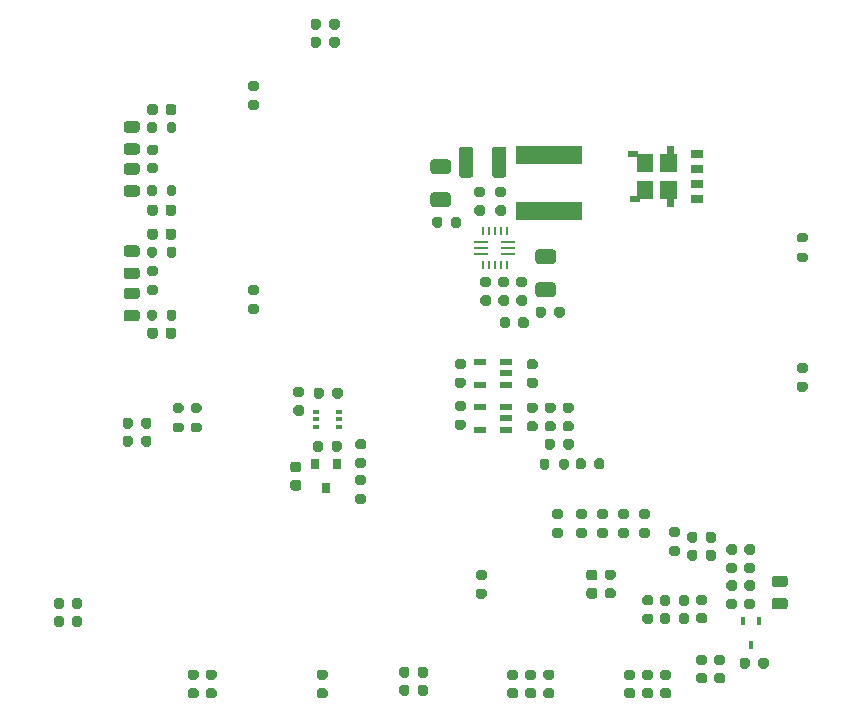
<source format=gbr>
G04 #@! TF.GenerationSoftware,KiCad,Pcbnew,(5.1.9)-1*
G04 #@! TF.CreationDate,2021-01-15T23:01:50+01:00*
G04 #@! TF.ProjectId,musical-box,6d757369-6361-46c2-9d62-6f782e6b6963,rev?*
G04 #@! TF.SameCoordinates,Original*
G04 #@! TF.FileFunction,Paste,Bot*
G04 #@! TF.FilePolarity,Positive*
%FSLAX46Y46*%
G04 Gerber Fmt 4.6, Leading zero omitted, Abs format (unit mm)*
G04 Created by KiCad (PCBNEW (5.1.9)-1) date 2021-01-15 23:01:50*
%MOMM*%
%LPD*%
G01*
G04 APERTURE LIST*
%ADD10C,0.010000*%
%ADD11R,0.430000X0.680000*%
%ADD12R,0.980000X0.730000*%
%ADD13R,0.780000X0.880000*%
%ADD14R,1.040000X0.630000*%
%ADD15R,0.230000X0.730000*%
%ADD16R,1.280000X0.230000*%
%ADD17R,0.630000X0.380000*%
%ADD18R,5.680000X1.580000*%
G04 APERTURE END LIST*
D10*
G36*
X400165000Y-137306000D02*
G01*
X399415000Y-137306000D01*
X399415000Y-137776000D01*
X400165000Y-137776000D01*
X400165000Y-137306000D01*
G37*
X400165000Y-137306000D02*
X399415000Y-137306000D01*
X399415000Y-137776000D01*
X400165000Y-137776000D01*
X400165000Y-137306000D01*
G36*
X403160500Y-141081000D02*
G01*
X402670500Y-141081000D01*
X402670500Y-141986000D01*
X403160500Y-141986000D01*
X403160500Y-141081000D01*
G37*
X403160500Y-141081000D02*
X402670500Y-141081000D01*
X402670500Y-141986000D01*
X403160500Y-141986000D01*
X403160500Y-141081000D01*
G36*
X403160500Y-136906000D02*
G01*
X402670500Y-136906000D01*
X402670500Y-137811000D01*
X403160500Y-137811000D01*
X403160500Y-136906000D01*
G37*
X403160500Y-136906000D02*
X402670500Y-136906000D01*
X402670500Y-137811000D01*
X403160500Y-137811000D01*
X403160500Y-136906000D01*
G36*
X400292000Y-141116000D02*
G01*
X399542000Y-141116000D01*
X399542000Y-141586000D01*
X400292000Y-141586000D01*
X400292000Y-141116000D01*
G37*
X400292000Y-141116000D02*
X399542000Y-141116000D01*
X399542000Y-141586000D01*
X400292000Y-141586000D01*
X400292000Y-141116000D01*
G36*
X403420500Y-137586000D02*
G01*
X402140500Y-137586000D01*
X402140500Y-139026000D01*
X403420500Y-139026000D01*
X403420500Y-137586000D01*
G37*
X403420500Y-137586000D02*
X402140500Y-137586000D01*
X402140500Y-139026000D01*
X403420500Y-139026000D01*
X403420500Y-137586000D01*
G36*
X401390500Y-137586000D02*
G01*
X400110500Y-137586000D01*
X400110500Y-139026000D01*
X401390500Y-139026000D01*
X401390500Y-137586000D01*
G37*
X401390500Y-137586000D02*
X400110500Y-137586000D01*
X400110500Y-139026000D01*
X401390500Y-139026000D01*
X401390500Y-137586000D01*
G36*
X403420500Y-139866000D02*
G01*
X402140500Y-139866000D01*
X402140500Y-141306000D01*
X403420500Y-141306000D01*
X403420500Y-139866000D01*
G37*
X403420500Y-139866000D02*
X402140500Y-139866000D01*
X402140500Y-141306000D01*
X403420500Y-141306000D01*
X403420500Y-139866000D01*
G36*
X401390500Y-139866000D02*
G01*
X400110500Y-139866000D01*
X400110500Y-141306000D01*
X401390500Y-141306000D01*
X401390500Y-139866000D01*
G37*
X401390500Y-139866000D02*
X400110500Y-139866000D01*
X400110500Y-141306000D01*
X401390500Y-141306000D01*
X401390500Y-139866000D01*
G36*
G01*
X392705000Y-163560000D02*
X392705000Y-164100000D01*
G75*
G02*
X392510000Y-164295000I-195000J0D01*
G01*
X392120000Y-164295000D01*
G75*
G02*
X391925000Y-164100000I0J195000D01*
G01*
X391925000Y-163560000D01*
G75*
G02*
X392120000Y-163365000I195000J0D01*
G01*
X392510000Y-163365000D01*
G75*
G02*
X392705000Y-163560000I0J-195000D01*
G01*
G37*
G36*
G01*
X394355000Y-163560000D02*
X394355000Y-164100000D01*
G75*
G02*
X394160000Y-164295000I-195000J0D01*
G01*
X393770000Y-164295000D01*
G75*
G02*
X393575000Y-164100000I0J195000D01*
G01*
X393575000Y-163560000D01*
G75*
G02*
X393770000Y-163365000I195000J0D01*
G01*
X394160000Y-163365000D01*
G75*
G02*
X394355000Y-163560000I0J-195000D01*
G01*
G37*
G36*
G01*
X414405000Y-145068000D02*
X413865000Y-145068000D01*
G75*
G02*
X413670000Y-144873000I0J195000D01*
G01*
X413670000Y-144483000D01*
G75*
G02*
X413865000Y-144288000I195000J0D01*
G01*
X414405000Y-144288000D01*
G75*
G02*
X414600000Y-144483000I0J-195000D01*
G01*
X414600000Y-144873000D01*
G75*
G02*
X414405000Y-145068000I-195000J0D01*
G01*
G37*
G36*
G01*
X414405000Y-146718000D02*
X413865000Y-146718000D01*
G75*
G02*
X413670000Y-146523000I0J195000D01*
G01*
X413670000Y-146133000D01*
G75*
G02*
X413865000Y-145938000I195000J0D01*
G01*
X414405000Y-145938000D01*
G75*
G02*
X414600000Y-146133000I0J-195000D01*
G01*
X414600000Y-146523000D01*
G75*
G02*
X414405000Y-146718000I-195000J0D01*
G01*
G37*
G36*
G01*
X405877250Y-180830000D02*
X405374750Y-180830000D01*
G75*
G02*
X405161000Y-180616250I0J213750D01*
G01*
X405161000Y-180188750D01*
G75*
G02*
X405374750Y-179975000I213750J0D01*
G01*
X405877250Y-179975000D01*
G75*
G02*
X406091000Y-180188750I0J-213750D01*
G01*
X406091000Y-180616250D01*
G75*
G02*
X405877250Y-180830000I-213750J0D01*
G01*
G37*
G36*
G01*
X405877250Y-182405000D02*
X405374750Y-182405000D01*
G75*
G02*
X405161000Y-182191250I0J213750D01*
G01*
X405161000Y-181763750D01*
G75*
G02*
X405374750Y-181550000I213750J0D01*
G01*
X405877250Y-181550000D01*
G75*
G02*
X406091000Y-181763750I0J-213750D01*
G01*
X406091000Y-182191250D01*
G75*
G02*
X405877250Y-182405000I-213750J0D01*
G01*
G37*
D11*
X409817000Y-179141000D03*
X410467000Y-177141000D03*
X409167000Y-177141000D03*
G36*
G01*
X380882000Y-182716750D02*
X380882000Y-183219250D01*
G75*
G02*
X380668250Y-183433000I-213750J0D01*
G01*
X380240750Y-183433000D01*
G75*
G02*
X380027000Y-183219250I0J213750D01*
G01*
X380027000Y-182716750D01*
G75*
G02*
X380240750Y-182503000I213750J0D01*
G01*
X380668250Y-182503000D01*
G75*
G02*
X380882000Y-182716750I0J-213750D01*
G01*
G37*
G36*
G01*
X382457000Y-182716750D02*
X382457000Y-183219250D01*
G75*
G02*
X382243250Y-183433000I-213750J0D01*
G01*
X381815750Y-183433000D01*
G75*
G02*
X381602000Y-183219250I0J213750D01*
G01*
X381602000Y-182716750D01*
G75*
G02*
X381815750Y-182503000I213750J0D01*
G01*
X382243250Y-182503000D01*
G75*
G02*
X382457000Y-182716750I0J-213750D01*
G01*
G37*
G36*
G01*
X380882000Y-181192750D02*
X380882000Y-181695250D01*
G75*
G02*
X380668250Y-181909000I-213750J0D01*
G01*
X380240750Y-181909000D01*
G75*
G02*
X380027000Y-181695250I0J213750D01*
G01*
X380027000Y-181192750D01*
G75*
G02*
X380240750Y-180979000I213750J0D01*
G01*
X380668250Y-180979000D01*
G75*
G02*
X380882000Y-181192750I0J-213750D01*
G01*
G37*
G36*
G01*
X382457000Y-181192750D02*
X382457000Y-181695250D01*
G75*
G02*
X382243250Y-181909000I-213750J0D01*
G01*
X381815750Y-181909000D01*
G75*
G02*
X381602000Y-181695250I0J213750D01*
G01*
X381602000Y-181192750D01*
G75*
G02*
X381815750Y-180979000I213750J0D01*
G01*
X382243250Y-180979000D01*
G75*
G02*
X382457000Y-181192750I0J-213750D01*
G01*
G37*
G36*
G01*
X387201250Y-173657000D02*
X386698750Y-173657000D01*
G75*
G02*
X386485000Y-173443250I0J213750D01*
G01*
X386485000Y-173015750D01*
G75*
G02*
X386698750Y-172802000I213750J0D01*
G01*
X387201250Y-172802000D01*
G75*
G02*
X387415000Y-173015750I0J-213750D01*
G01*
X387415000Y-173443250D01*
G75*
G02*
X387201250Y-173657000I-213750J0D01*
G01*
G37*
G36*
G01*
X387201250Y-175232000D02*
X386698750Y-175232000D01*
G75*
G02*
X386485000Y-175018250I0J213750D01*
G01*
X386485000Y-174590750D01*
G75*
G02*
X386698750Y-174377000I213750J0D01*
G01*
X387201250Y-174377000D01*
G75*
G02*
X387415000Y-174590750I0J-213750D01*
G01*
X387415000Y-175018250D01*
G75*
G02*
X387201250Y-175232000I-213750J0D01*
G01*
G37*
G36*
G01*
X362321750Y-182820000D02*
X362824250Y-182820000D01*
G75*
G02*
X363038000Y-183033750I0J-213750D01*
G01*
X363038000Y-183461250D01*
G75*
G02*
X362824250Y-183675000I-213750J0D01*
G01*
X362321750Y-183675000D01*
G75*
G02*
X362108000Y-183461250I0J213750D01*
G01*
X362108000Y-183033750D01*
G75*
G02*
X362321750Y-182820000I213750J0D01*
G01*
G37*
G36*
G01*
X362321750Y-181245000D02*
X362824250Y-181245000D01*
G75*
G02*
X363038000Y-181458750I0J-213750D01*
G01*
X363038000Y-181886250D01*
G75*
G02*
X362824250Y-182100000I-213750J0D01*
G01*
X362321750Y-182100000D01*
G75*
G02*
X362108000Y-181886250I0J213750D01*
G01*
X362108000Y-181458750D01*
G75*
G02*
X362321750Y-181245000I213750J0D01*
G01*
G37*
G36*
G01*
X402829250Y-182100000D02*
X402326750Y-182100000D01*
G75*
G02*
X402113000Y-181886250I0J213750D01*
G01*
X402113000Y-181458750D01*
G75*
G02*
X402326750Y-181245000I213750J0D01*
G01*
X402829250Y-181245000D01*
G75*
G02*
X403043000Y-181458750I0J-213750D01*
G01*
X403043000Y-181886250D01*
G75*
G02*
X402829250Y-182100000I-213750J0D01*
G01*
G37*
G36*
G01*
X402829250Y-183675000D02*
X402326750Y-183675000D01*
G75*
G02*
X402113000Y-183461250I0J213750D01*
G01*
X402113000Y-183033750D01*
G75*
G02*
X402326750Y-182820000I213750J0D01*
G01*
X402829250Y-182820000D01*
G75*
G02*
X403043000Y-183033750I0J-213750D01*
G01*
X403043000Y-183461250D01*
G75*
G02*
X402829250Y-183675000I-213750J0D01*
G01*
G37*
G36*
G01*
X414386250Y-156128500D02*
X413883750Y-156128500D01*
G75*
G02*
X413670000Y-155914750I0J213750D01*
G01*
X413670000Y-155487250D01*
G75*
G02*
X413883750Y-155273500I213750J0D01*
G01*
X414386250Y-155273500D01*
G75*
G02*
X414600000Y-155487250I0J-213750D01*
G01*
X414600000Y-155914750D01*
G75*
G02*
X414386250Y-156128500I-213750J0D01*
G01*
G37*
G36*
G01*
X414386250Y-157703500D02*
X413883750Y-157703500D01*
G75*
G02*
X413670000Y-157489750I0J213750D01*
G01*
X413670000Y-157062250D01*
G75*
G02*
X413883750Y-156848500I213750J0D01*
G01*
X414386250Y-156848500D01*
G75*
G02*
X414600000Y-157062250I0J-213750D01*
G01*
X414600000Y-157489750D01*
G75*
G02*
X414386250Y-157703500I-213750J0D01*
G01*
G37*
D12*
X405258000Y-137541000D03*
X405258000Y-141351000D03*
X405258000Y-138811000D03*
X405258000Y-140081000D03*
G36*
G01*
X371018000Y-165196000D02*
X371508000Y-165196000D01*
G75*
G02*
X371728000Y-165416000I0J-220000D01*
G01*
X371728000Y-165856000D01*
G75*
G02*
X371508000Y-166076000I-220000J0D01*
G01*
X371018000Y-166076000D01*
G75*
G02*
X370798000Y-165856000I0J220000D01*
G01*
X370798000Y-165416000D01*
G75*
G02*
X371018000Y-165196000I220000J0D01*
G01*
G37*
G36*
G01*
X371018000Y-163646000D02*
X371508000Y-163646000D01*
G75*
G02*
X371728000Y-163866000I0J-220000D01*
G01*
X371728000Y-164306000D01*
G75*
G02*
X371508000Y-164526000I-220000J0D01*
G01*
X371018000Y-164526000D01*
G75*
G02*
X370798000Y-164306000I0J220000D01*
G01*
X370798000Y-163866000D01*
G75*
G02*
X371018000Y-163646000I220000J0D01*
G01*
G37*
G36*
G01*
X396585000Y-173670000D02*
X396095000Y-173670000D01*
G75*
G02*
X395875000Y-173450000I0J220000D01*
G01*
X395875000Y-173010000D01*
G75*
G02*
X396095000Y-172790000I220000J0D01*
G01*
X396585000Y-172790000D01*
G75*
G02*
X396805000Y-173010000I0J-220000D01*
G01*
X396805000Y-173450000D01*
G75*
G02*
X396585000Y-173670000I-220000J0D01*
G01*
G37*
G36*
G01*
X396585000Y-175220000D02*
X396095000Y-175220000D01*
G75*
G02*
X395875000Y-175000000I0J220000D01*
G01*
X395875000Y-174560000D01*
G75*
G02*
X396095000Y-174340000I220000J0D01*
G01*
X396585000Y-174340000D01*
G75*
G02*
X396805000Y-174560000I0J-220000D01*
G01*
X396805000Y-175000000D01*
G75*
G02*
X396585000Y-175220000I-220000J0D01*
G01*
G37*
G36*
G01*
X358173000Y-160613250D02*
X358173000Y-160110750D01*
G75*
G02*
X358386750Y-159897000I213750J0D01*
G01*
X358814250Y-159897000D01*
G75*
G02*
X359028000Y-160110750I0J-213750D01*
G01*
X359028000Y-160613250D01*
G75*
G02*
X358814250Y-160827000I-213750J0D01*
G01*
X358386750Y-160827000D01*
G75*
G02*
X358173000Y-160613250I0J213750D01*
G01*
G37*
G36*
G01*
X356598000Y-160613250D02*
X356598000Y-160110750D01*
G75*
G02*
X356811750Y-159897000I213750J0D01*
G01*
X357239250Y-159897000D01*
G75*
G02*
X357453000Y-160110750I0J-213750D01*
G01*
X357453000Y-160613250D01*
G75*
G02*
X357239250Y-160827000I-213750J0D01*
G01*
X356811750Y-160827000D01*
G75*
G02*
X356598000Y-160613250I0J213750D01*
G01*
G37*
G36*
G01*
X361023500Y-160343000D02*
X361563500Y-160343000D01*
G75*
G02*
X361758500Y-160538000I0J-195000D01*
G01*
X361758500Y-160928000D01*
G75*
G02*
X361563500Y-161123000I-195000J0D01*
G01*
X361023500Y-161123000D01*
G75*
G02*
X360828500Y-160928000I0J195000D01*
G01*
X360828500Y-160538000D01*
G75*
G02*
X361023500Y-160343000I195000J0D01*
G01*
G37*
G36*
G01*
X361023500Y-158693000D02*
X361563500Y-158693000D01*
G75*
G02*
X361758500Y-158888000I0J-195000D01*
G01*
X361758500Y-159278000D01*
G75*
G02*
X361563500Y-159473000I-195000J0D01*
G01*
X361023500Y-159473000D01*
G75*
G02*
X360828500Y-159278000I0J195000D01*
G01*
X360828500Y-158888000D01*
G75*
G02*
X361023500Y-158693000I195000J0D01*
G01*
G37*
G36*
G01*
X362547500Y-160343000D02*
X363087500Y-160343000D01*
G75*
G02*
X363282500Y-160538000I0J-195000D01*
G01*
X363282500Y-160928000D01*
G75*
G02*
X363087500Y-161123000I-195000J0D01*
G01*
X362547500Y-161123000D01*
G75*
G02*
X362352500Y-160928000I0J195000D01*
G01*
X362352500Y-160538000D01*
G75*
G02*
X362547500Y-160343000I195000J0D01*
G01*
G37*
G36*
G01*
X362547500Y-158693000D02*
X363087500Y-158693000D01*
G75*
G02*
X363282500Y-158888000I0J-195000D01*
G01*
X363282500Y-159278000D01*
G75*
G02*
X363087500Y-159473000I-195000J0D01*
G01*
X362547500Y-159473000D01*
G75*
G02*
X362352500Y-159278000I0J195000D01*
G01*
X362352500Y-158888000D01*
G75*
G02*
X362547500Y-158693000I195000J0D01*
G01*
G37*
G36*
G01*
X359471000Y-135073000D02*
X359471000Y-135613000D01*
G75*
G02*
X359276000Y-135808000I-195000J0D01*
G01*
X358886000Y-135808000D01*
G75*
G02*
X358691000Y-135613000I0J195000D01*
G01*
X358691000Y-135073000D01*
G75*
G02*
X358886000Y-134878000I195000J0D01*
G01*
X359276000Y-134878000D01*
G75*
G02*
X359471000Y-135073000I0J-195000D01*
G01*
G37*
G36*
G01*
X361121000Y-135073000D02*
X361121000Y-135613000D01*
G75*
G02*
X360926000Y-135808000I-195000J0D01*
G01*
X360536000Y-135808000D01*
G75*
G02*
X360341000Y-135613000I0J195000D01*
G01*
X360341000Y-135073000D01*
G75*
G02*
X360536000Y-134878000I195000J0D01*
G01*
X360926000Y-134878000D01*
G75*
G02*
X361121000Y-135073000I0J-195000D01*
G01*
G37*
G36*
G01*
X359471000Y-140407000D02*
X359471000Y-140947000D01*
G75*
G02*
X359276000Y-141142000I-195000J0D01*
G01*
X358886000Y-141142000D01*
G75*
G02*
X358691000Y-140947000I0J195000D01*
G01*
X358691000Y-140407000D01*
G75*
G02*
X358886000Y-140212000I195000J0D01*
G01*
X359276000Y-140212000D01*
G75*
G02*
X359471000Y-140407000I0J-195000D01*
G01*
G37*
G36*
G01*
X361121000Y-140407000D02*
X361121000Y-140947000D01*
G75*
G02*
X360926000Y-141142000I-195000J0D01*
G01*
X360536000Y-141142000D01*
G75*
G02*
X360341000Y-140947000I0J195000D01*
G01*
X360341000Y-140407000D01*
G75*
G02*
X360536000Y-140212000I195000J0D01*
G01*
X360926000Y-140212000D01*
G75*
G02*
X361121000Y-140407000I0J-195000D01*
G01*
G37*
G36*
G01*
X359471000Y-145614000D02*
X359471000Y-146154000D01*
G75*
G02*
X359276000Y-146349000I-195000J0D01*
G01*
X358886000Y-146349000D01*
G75*
G02*
X358691000Y-146154000I0J195000D01*
G01*
X358691000Y-145614000D01*
G75*
G02*
X358886000Y-145419000I195000J0D01*
G01*
X359276000Y-145419000D01*
G75*
G02*
X359471000Y-145614000I0J-195000D01*
G01*
G37*
G36*
G01*
X361121000Y-145614000D02*
X361121000Y-146154000D01*
G75*
G02*
X360926000Y-146349000I-195000J0D01*
G01*
X360536000Y-146349000D01*
G75*
G02*
X360341000Y-146154000I0J195000D01*
G01*
X360341000Y-145614000D01*
G75*
G02*
X360536000Y-145419000I195000J0D01*
G01*
X360926000Y-145419000D01*
G75*
G02*
X361121000Y-145614000I0J-195000D01*
G01*
G37*
G36*
G01*
X359471000Y-150948000D02*
X359471000Y-151488000D01*
G75*
G02*
X359276000Y-151683000I-195000J0D01*
G01*
X358886000Y-151683000D01*
G75*
G02*
X358691000Y-151488000I0J195000D01*
G01*
X358691000Y-150948000D01*
G75*
G02*
X358886000Y-150753000I195000J0D01*
G01*
X359276000Y-150753000D01*
G75*
G02*
X359471000Y-150948000I0J-195000D01*
G01*
G37*
G36*
G01*
X361121000Y-150948000D02*
X361121000Y-151488000D01*
G75*
G02*
X360926000Y-151683000I-195000J0D01*
G01*
X360536000Y-151683000D01*
G75*
G02*
X360341000Y-151488000I0J195000D01*
G01*
X360341000Y-150948000D01*
G75*
G02*
X360536000Y-150753000I195000J0D01*
G01*
X360926000Y-150753000D01*
G75*
G02*
X361121000Y-150948000I0J-195000D01*
G01*
G37*
G36*
G01*
X359571000Y-133574000D02*
X359571000Y-134064000D01*
G75*
G02*
X359351000Y-134284000I-220000J0D01*
G01*
X358911000Y-134284000D01*
G75*
G02*
X358691000Y-134064000I0J220000D01*
G01*
X358691000Y-133574000D01*
G75*
G02*
X358911000Y-133354000I220000J0D01*
G01*
X359351000Y-133354000D01*
G75*
G02*
X359571000Y-133574000I0J-220000D01*
G01*
G37*
G36*
G01*
X361121000Y-133574000D02*
X361121000Y-134064000D01*
G75*
G02*
X360901000Y-134284000I-220000J0D01*
G01*
X360461000Y-134284000D01*
G75*
G02*
X360241000Y-134064000I0J220000D01*
G01*
X360241000Y-133574000D01*
G75*
G02*
X360461000Y-133354000I220000J0D01*
G01*
X360901000Y-133354000D01*
G75*
G02*
X361121000Y-133574000I0J-220000D01*
G01*
G37*
G36*
G01*
X359571000Y-142083000D02*
X359571000Y-142573000D01*
G75*
G02*
X359351000Y-142793000I-220000J0D01*
G01*
X358911000Y-142793000D01*
G75*
G02*
X358691000Y-142573000I0J220000D01*
G01*
X358691000Y-142083000D01*
G75*
G02*
X358911000Y-141863000I220000J0D01*
G01*
X359351000Y-141863000D01*
G75*
G02*
X359571000Y-142083000I0J-220000D01*
G01*
G37*
G36*
G01*
X361121000Y-142083000D02*
X361121000Y-142573000D01*
G75*
G02*
X360901000Y-142793000I-220000J0D01*
G01*
X360461000Y-142793000D01*
G75*
G02*
X360241000Y-142573000I0J220000D01*
G01*
X360241000Y-142083000D01*
G75*
G02*
X360461000Y-141863000I220000J0D01*
G01*
X360901000Y-141863000D01*
G75*
G02*
X361121000Y-142083000I0J-220000D01*
G01*
G37*
G36*
G01*
X359571000Y-144115000D02*
X359571000Y-144605000D01*
G75*
G02*
X359351000Y-144825000I-220000J0D01*
G01*
X358911000Y-144825000D01*
G75*
G02*
X358691000Y-144605000I0J220000D01*
G01*
X358691000Y-144115000D01*
G75*
G02*
X358911000Y-143895000I220000J0D01*
G01*
X359351000Y-143895000D01*
G75*
G02*
X359571000Y-144115000I0J-220000D01*
G01*
G37*
G36*
G01*
X361121000Y-144115000D02*
X361121000Y-144605000D01*
G75*
G02*
X360901000Y-144825000I-220000J0D01*
G01*
X360461000Y-144825000D01*
G75*
G02*
X360241000Y-144605000I0J220000D01*
G01*
X360241000Y-144115000D01*
G75*
G02*
X360461000Y-143895000I220000J0D01*
G01*
X360901000Y-143895000D01*
G75*
G02*
X361121000Y-144115000I0J-220000D01*
G01*
G37*
G36*
G01*
X359571000Y-152497000D02*
X359571000Y-152987000D01*
G75*
G02*
X359351000Y-153207000I-220000J0D01*
G01*
X358911000Y-153207000D01*
G75*
G02*
X358691000Y-152987000I0J220000D01*
G01*
X358691000Y-152497000D01*
G75*
G02*
X358911000Y-152277000I220000J0D01*
G01*
X359351000Y-152277000D01*
G75*
G02*
X359571000Y-152497000I0J-220000D01*
G01*
G37*
G36*
G01*
X361121000Y-152497000D02*
X361121000Y-152987000D01*
G75*
G02*
X360901000Y-153207000I-220000J0D01*
G01*
X360461000Y-153207000D01*
G75*
G02*
X360241000Y-152987000I0J220000D01*
G01*
X360241000Y-152497000D01*
G75*
G02*
X360461000Y-152277000I220000J0D01*
G01*
X360901000Y-152277000D01*
G75*
G02*
X361121000Y-152497000I0J-220000D01*
G01*
G37*
G36*
G01*
X398123250Y-173631500D02*
X397620750Y-173631500D01*
G75*
G02*
X397407000Y-173417750I0J213750D01*
G01*
X397407000Y-172990250D01*
G75*
G02*
X397620750Y-172776500I213750J0D01*
G01*
X398123250Y-172776500D01*
G75*
G02*
X398337000Y-172990250I0J-213750D01*
G01*
X398337000Y-173417750D01*
G75*
G02*
X398123250Y-173631500I-213750J0D01*
G01*
G37*
G36*
G01*
X398123250Y-175206500D02*
X397620750Y-175206500D01*
G75*
G02*
X397407000Y-174992750I0J213750D01*
G01*
X397407000Y-174565250D01*
G75*
G02*
X397620750Y-174351500I213750J0D01*
G01*
X398123250Y-174351500D01*
G75*
G02*
X398337000Y-174565250I0J-213750D01*
G01*
X398337000Y-174992750D01*
G75*
G02*
X398123250Y-175206500I-213750J0D01*
G01*
G37*
D13*
X373803000Y-165861000D03*
X374753000Y-163861000D03*
X372853000Y-163861000D03*
D14*
X386873000Y-159017000D03*
X386873000Y-160917000D03*
X389073000Y-160917000D03*
X389073000Y-159967000D03*
X389073000Y-159017000D03*
X386873000Y-155207000D03*
X386873000Y-157107000D03*
X389073000Y-157107000D03*
X389073000Y-156157000D03*
X389073000Y-155207000D03*
D15*
X389104000Y-144074000D03*
X388608000Y-144074000D03*
X388104000Y-144074000D03*
X387604000Y-144074000D03*
X387084000Y-144074000D03*
D16*
X386950000Y-145020000D03*
X386950000Y-145520000D03*
X386950000Y-146020000D03*
D15*
X387096000Y-146974000D03*
X387596000Y-146974000D03*
X388096000Y-146974000D03*
X388596000Y-146974000D03*
X389116000Y-146974000D03*
D16*
X389250000Y-146028000D03*
X389250000Y-145528000D03*
X389250000Y-145028000D03*
G36*
G01*
X373389000Y-127852750D02*
X373389000Y-128355250D01*
G75*
G02*
X373175250Y-128569000I-213750J0D01*
G01*
X372747750Y-128569000D01*
G75*
G02*
X372534000Y-128355250I0J213750D01*
G01*
X372534000Y-127852750D01*
G75*
G02*
X372747750Y-127639000I213750J0D01*
G01*
X373175250Y-127639000D01*
G75*
G02*
X373389000Y-127852750I0J-213750D01*
G01*
G37*
G36*
G01*
X374964000Y-127852750D02*
X374964000Y-128355250D01*
G75*
G02*
X374750250Y-128569000I-213750J0D01*
G01*
X374322750Y-128569000D01*
G75*
G02*
X374109000Y-128355250I0J213750D01*
G01*
X374109000Y-127852750D01*
G75*
G02*
X374322750Y-127639000I213750J0D01*
G01*
X374750250Y-127639000D01*
G75*
G02*
X374964000Y-127852750I0J-213750D01*
G01*
G37*
G36*
G01*
X373389000Y-126328750D02*
X373389000Y-126831250D01*
G75*
G02*
X373175250Y-127045000I-213750J0D01*
G01*
X372747750Y-127045000D01*
G75*
G02*
X372534000Y-126831250I0J213750D01*
G01*
X372534000Y-126328750D01*
G75*
G02*
X372747750Y-126115000I213750J0D01*
G01*
X373175250Y-126115000D01*
G75*
G02*
X373389000Y-126328750I0J-213750D01*
G01*
G37*
G36*
G01*
X374964000Y-126328750D02*
X374964000Y-126831250D01*
G75*
G02*
X374750250Y-127045000I-213750J0D01*
G01*
X374322750Y-127045000D01*
G75*
G02*
X374109000Y-126831250I0J213750D01*
G01*
X374109000Y-126328750D01*
G75*
G02*
X374322750Y-126115000I213750J0D01*
G01*
X374750250Y-126115000D01*
G75*
G02*
X374964000Y-126328750I0J-213750D01*
G01*
G37*
G36*
G01*
X407401250Y-180830000D02*
X406898750Y-180830000D01*
G75*
G02*
X406685000Y-180616250I0J213750D01*
G01*
X406685000Y-180188750D01*
G75*
G02*
X406898750Y-179975000I213750J0D01*
G01*
X407401250Y-179975000D01*
G75*
G02*
X407615000Y-180188750I0J-213750D01*
G01*
X407615000Y-180616250D01*
G75*
G02*
X407401250Y-180830000I-213750J0D01*
G01*
G37*
G36*
G01*
X407401250Y-182405000D02*
X406898750Y-182405000D01*
G75*
G02*
X406685000Y-182191250I0J213750D01*
G01*
X406685000Y-181763750D01*
G75*
G02*
X406898750Y-181550000I213750J0D01*
G01*
X407401250Y-181550000D01*
G75*
G02*
X407615000Y-181763750I0J-213750D01*
G01*
X407615000Y-182191250D01*
G75*
G02*
X407401250Y-182405000I-213750J0D01*
G01*
G37*
G36*
G01*
X399781250Y-182100000D02*
X399278750Y-182100000D01*
G75*
G02*
X399065000Y-181886250I0J213750D01*
G01*
X399065000Y-181458750D01*
G75*
G02*
X399278750Y-181245000I213750J0D01*
G01*
X399781250Y-181245000D01*
G75*
G02*
X399995000Y-181458750I0J-213750D01*
G01*
X399995000Y-181886250D01*
G75*
G02*
X399781250Y-182100000I-213750J0D01*
G01*
G37*
G36*
G01*
X399781250Y-183675000D02*
X399278750Y-183675000D01*
G75*
G02*
X399065000Y-183461250I0J213750D01*
G01*
X399065000Y-183033750D01*
G75*
G02*
X399278750Y-182820000I213750J0D01*
G01*
X399781250Y-182820000D01*
G75*
G02*
X399995000Y-183033750I0J-213750D01*
G01*
X399995000Y-183461250D01*
G75*
G02*
X399781250Y-183675000I-213750J0D01*
G01*
G37*
G36*
G01*
X401305250Y-182100000D02*
X400802750Y-182100000D01*
G75*
G02*
X400589000Y-181886250I0J213750D01*
G01*
X400589000Y-181458750D01*
G75*
G02*
X400802750Y-181245000I213750J0D01*
G01*
X401305250Y-181245000D01*
G75*
G02*
X401519000Y-181458750I0J-213750D01*
G01*
X401519000Y-181886250D01*
G75*
G02*
X401305250Y-182100000I-213750J0D01*
G01*
G37*
G36*
G01*
X401305250Y-183675000D02*
X400802750Y-183675000D01*
G75*
G02*
X400589000Y-183461250I0J213750D01*
G01*
X400589000Y-183033750D01*
G75*
G02*
X400802750Y-182820000I213750J0D01*
G01*
X401305250Y-182820000D01*
G75*
G02*
X401519000Y-183033750I0J-213750D01*
G01*
X401519000Y-183461250D01*
G75*
G02*
X401305250Y-183675000I-213750J0D01*
G01*
G37*
G36*
G01*
X389875250Y-182100000D02*
X389372750Y-182100000D01*
G75*
G02*
X389159000Y-181886250I0J213750D01*
G01*
X389159000Y-181458750D01*
G75*
G02*
X389372750Y-181245000I213750J0D01*
G01*
X389875250Y-181245000D01*
G75*
G02*
X390089000Y-181458750I0J-213750D01*
G01*
X390089000Y-181886250D01*
G75*
G02*
X389875250Y-182100000I-213750J0D01*
G01*
G37*
G36*
G01*
X389875250Y-183675000D02*
X389372750Y-183675000D01*
G75*
G02*
X389159000Y-183461250I0J213750D01*
G01*
X389159000Y-183033750D01*
G75*
G02*
X389372750Y-182820000I213750J0D01*
G01*
X389875250Y-182820000D01*
G75*
G02*
X390089000Y-183033750I0J-213750D01*
G01*
X390089000Y-183461250D01*
G75*
G02*
X389875250Y-183675000I-213750J0D01*
G01*
G37*
G36*
G01*
X391399250Y-182100000D02*
X390896750Y-182100000D01*
G75*
G02*
X390683000Y-181886250I0J213750D01*
G01*
X390683000Y-181458750D01*
G75*
G02*
X390896750Y-181245000I213750J0D01*
G01*
X391399250Y-181245000D01*
G75*
G02*
X391613000Y-181458750I0J-213750D01*
G01*
X391613000Y-181886250D01*
G75*
G02*
X391399250Y-182100000I-213750J0D01*
G01*
G37*
G36*
G01*
X391399250Y-183675000D02*
X390896750Y-183675000D01*
G75*
G02*
X390683000Y-183461250I0J213750D01*
G01*
X390683000Y-183033750D01*
G75*
G02*
X390896750Y-182820000I213750J0D01*
G01*
X391399250Y-182820000D01*
G75*
G02*
X391613000Y-183033750I0J-213750D01*
G01*
X391613000Y-183461250D01*
G75*
G02*
X391399250Y-183675000I-213750J0D01*
G01*
G37*
G36*
G01*
X392942250Y-182100000D02*
X392439750Y-182100000D01*
G75*
G02*
X392226000Y-181886250I0J213750D01*
G01*
X392226000Y-181458750D01*
G75*
G02*
X392439750Y-181245000I213750J0D01*
G01*
X392942250Y-181245000D01*
G75*
G02*
X393156000Y-181458750I0J-213750D01*
G01*
X393156000Y-181886250D01*
G75*
G02*
X392942250Y-182100000I-213750J0D01*
G01*
G37*
G36*
G01*
X392942250Y-183675000D02*
X392439750Y-183675000D01*
G75*
G02*
X392226000Y-183461250I0J213750D01*
G01*
X392226000Y-183033750D01*
G75*
G02*
X392439750Y-182820000I213750J0D01*
G01*
X392942250Y-182820000D01*
G75*
G02*
X393156000Y-183033750I0J-213750D01*
G01*
X393156000Y-183461250D01*
G75*
G02*
X392942250Y-183675000I-213750J0D01*
G01*
G37*
G36*
G01*
X371265750Y-158871000D02*
X371768250Y-158871000D01*
G75*
G02*
X371982000Y-159084750I0J-213750D01*
G01*
X371982000Y-159512250D01*
G75*
G02*
X371768250Y-159726000I-213750J0D01*
G01*
X371265750Y-159726000D01*
G75*
G02*
X371052000Y-159512250I0J213750D01*
G01*
X371052000Y-159084750D01*
G75*
G02*
X371265750Y-158871000I213750J0D01*
G01*
G37*
G36*
G01*
X371265750Y-157296000D02*
X371768250Y-157296000D01*
G75*
G02*
X371982000Y-157509750I0J-213750D01*
G01*
X371982000Y-157937250D01*
G75*
G02*
X371768250Y-158151000I-213750J0D01*
G01*
X371265750Y-158151000D01*
G75*
G02*
X371052000Y-157937250I0J213750D01*
G01*
X371052000Y-157509750D01*
G75*
G02*
X371265750Y-157296000I213750J0D01*
G01*
G37*
G36*
G01*
X373570000Y-162069750D02*
X373570000Y-162572250D01*
G75*
G02*
X373356250Y-162786000I-213750J0D01*
G01*
X372928750Y-162786000D01*
G75*
G02*
X372715000Y-162572250I0J213750D01*
G01*
X372715000Y-162069750D01*
G75*
G02*
X372928750Y-161856000I213750J0D01*
G01*
X373356250Y-161856000D01*
G75*
G02*
X373570000Y-162069750I0J-213750D01*
G01*
G37*
G36*
G01*
X375145000Y-162069750D02*
X375145000Y-162572250D01*
G75*
G02*
X374931250Y-162786000I-213750J0D01*
G01*
X374503750Y-162786000D01*
G75*
G02*
X374290000Y-162572250I0J213750D01*
G01*
X374290000Y-162069750D01*
G75*
G02*
X374503750Y-161856000I213750J0D01*
G01*
X374931250Y-161856000D01*
G75*
G02*
X375145000Y-162069750I0J-213750D01*
G01*
G37*
G36*
G01*
X374363000Y-158073250D02*
X374363000Y-157570750D01*
G75*
G02*
X374576750Y-157357000I213750J0D01*
G01*
X375004250Y-157357000D01*
G75*
G02*
X375218000Y-157570750I0J-213750D01*
G01*
X375218000Y-158073250D01*
G75*
G02*
X375004250Y-158287000I-213750J0D01*
G01*
X374576750Y-158287000D01*
G75*
G02*
X374363000Y-158073250I0J213750D01*
G01*
G37*
G36*
G01*
X372788000Y-158073250D02*
X372788000Y-157570750D01*
G75*
G02*
X373001750Y-157357000I213750J0D01*
G01*
X373429250Y-157357000D01*
G75*
G02*
X373643000Y-157570750I0J-213750D01*
G01*
X373643000Y-158073250D01*
G75*
G02*
X373429250Y-158287000I-213750J0D01*
G01*
X373001750Y-158287000D01*
G75*
G02*
X372788000Y-158073250I0J213750D01*
G01*
G37*
G36*
G01*
X376503750Y-163316000D02*
X377006250Y-163316000D01*
G75*
G02*
X377220000Y-163529750I0J-213750D01*
G01*
X377220000Y-163957250D01*
G75*
G02*
X377006250Y-164171000I-213750J0D01*
G01*
X376503750Y-164171000D01*
G75*
G02*
X376290000Y-163957250I0J213750D01*
G01*
X376290000Y-163529750D01*
G75*
G02*
X376503750Y-163316000I213750J0D01*
G01*
G37*
G36*
G01*
X376503750Y-161741000D02*
X377006250Y-161741000D01*
G75*
G02*
X377220000Y-161954750I0J-213750D01*
G01*
X377220000Y-162382250D01*
G75*
G02*
X377006250Y-162596000I-213750J0D01*
G01*
X376503750Y-162596000D01*
G75*
G02*
X376290000Y-162382250I0J213750D01*
G01*
X376290000Y-161954750D01*
G75*
G02*
X376503750Y-161741000I213750J0D01*
G01*
G37*
G36*
G01*
X358173000Y-162137250D02*
X358173000Y-161634750D01*
G75*
G02*
X358386750Y-161421000I213750J0D01*
G01*
X358814250Y-161421000D01*
G75*
G02*
X359028000Y-161634750I0J-213750D01*
G01*
X359028000Y-162137250D01*
G75*
G02*
X358814250Y-162351000I-213750J0D01*
G01*
X358386750Y-162351000D01*
G75*
G02*
X358173000Y-162137250I0J213750D01*
G01*
G37*
G36*
G01*
X356598000Y-162137250D02*
X356598000Y-161634750D01*
G75*
G02*
X356811750Y-161421000I213750J0D01*
G01*
X357239250Y-161421000D01*
G75*
G02*
X357453000Y-161634750I0J-213750D01*
G01*
X357453000Y-162137250D01*
G75*
G02*
X357239250Y-162351000I-213750J0D01*
G01*
X356811750Y-162351000D01*
G75*
G02*
X356598000Y-162137250I0J213750D01*
G01*
G37*
G36*
G01*
X376994250Y-165644000D02*
X376491750Y-165644000D01*
G75*
G02*
X376278000Y-165430250I0J213750D01*
G01*
X376278000Y-165002750D01*
G75*
G02*
X376491750Y-164789000I213750J0D01*
G01*
X376994250Y-164789000D01*
G75*
G02*
X377208000Y-165002750I0J-213750D01*
G01*
X377208000Y-165430250D01*
G75*
G02*
X376994250Y-165644000I-213750J0D01*
G01*
G37*
G36*
G01*
X376994250Y-167219000D02*
X376491750Y-167219000D01*
G75*
G02*
X376278000Y-167005250I0J213750D01*
G01*
X376278000Y-166577750D01*
G75*
G02*
X376491750Y-166364000I213750J0D01*
G01*
X376994250Y-166364000D01*
G75*
G02*
X377208000Y-166577750I0J-213750D01*
G01*
X377208000Y-167005250D01*
G75*
G02*
X376994250Y-167219000I-213750J0D01*
G01*
G37*
G36*
G01*
X397495250Y-168511000D02*
X396992750Y-168511000D01*
G75*
G02*
X396779000Y-168297250I0J213750D01*
G01*
X396779000Y-167869750D01*
G75*
G02*
X396992750Y-167656000I213750J0D01*
G01*
X397495250Y-167656000D01*
G75*
G02*
X397709000Y-167869750I0J-213750D01*
G01*
X397709000Y-168297250D01*
G75*
G02*
X397495250Y-168511000I-213750J0D01*
G01*
G37*
G36*
G01*
X397495250Y-170086000D02*
X396992750Y-170086000D01*
G75*
G02*
X396779000Y-169872250I0J213750D01*
G01*
X396779000Y-169444750D01*
G75*
G02*
X396992750Y-169231000I213750J0D01*
G01*
X397495250Y-169231000D01*
G75*
G02*
X397709000Y-169444750I0J-213750D01*
G01*
X397709000Y-169872250D01*
G75*
G02*
X397495250Y-170086000I-213750J0D01*
G01*
G37*
G36*
G01*
X393201000Y-161888750D02*
X393201000Y-162391250D01*
G75*
G02*
X392987250Y-162605000I-213750J0D01*
G01*
X392559750Y-162605000D01*
G75*
G02*
X392346000Y-162391250I0J213750D01*
G01*
X392346000Y-161888750D01*
G75*
G02*
X392559750Y-161675000I213750J0D01*
G01*
X392987250Y-161675000D01*
G75*
G02*
X393201000Y-161888750I0J-213750D01*
G01*
G37*
G36*
G01*
X394776000Y-161888750D02*
X394776000Y-162391250D01*
G75*
G02*
X394562250Y-162605000I-213750J0D01*
G01*
X394134750Y-162605000D01*
G75*
G02*
X393921000Y-162391250I0J213750D01*
G01*
X393921000Y-161888750D01*
G75*
G02*
X394134750Y-161675000I213750J0D01*
G01*
X394562250Y-161675000D01*
G75*
G02*
X394776000Y-161888750I0J-213750D01*
G01*
G37*
G36*
G01*
X394071750Y-160214000D02*
X394574250Y-160214000D01*
G75*
G02*
X394788000Y-160427750I0J-213750D01*
G01*
X394788000Y-160855250D01*
G75*
G02*
X394574250Y-161069000I-213750J0D01*
G01*
X394071750Y-161069000D01*
G75*
G02*
X393858000Y-160855250I0J213750D01*
G01*
X393858000Y-160427750D01*
G75*
G02*
X394071750Y-160214000I213750J0D01*
G01*
G37*
G36*
G01*
X394071750Y-158639000D02*
X394574250Y-158639000D01*
G75*
G02*
X394788000Y-158852750I0J-213750D01*
G01*
X394788000Y-159280250D01*
G75*
G02*
X394574250Y-159494000I-213750J0D01*
G01*
X394071750Y-159494000D01*
G75*
G02*
X393858000Y-159280250I0J213750D01*
G01*
X393858000Y-158852750D01*
G75*
G02*
X394071750Y-158639000I213750J0D01*
G01*
G37*
G36*
G01*
X399273250Y-168511000D02*
X398770750Y-168511000D01*
G75*
G02*
X398557000Y-168297250I0J213750D01*
G01*
X398557000Y-167869750D01*
G75*
G02*
X398770750Y-167656000I213750J0D01*
G01*
X399273250Y-167656000D01*
G75*
G02*
X399487000Y-167869750I0J-213750D01*
G01*
X399487000Y-168297250D01*
G75*
G02*
X399273250Y-168511000I-213750J0D01*
G01*
G37*
G36*
G01*
X399273250Y-170086000D02*
X398770750Y-170086000D01*
G75*
G02*
X398557000Y-169872250I0J213750D01*
G01*
X398557000Y-169444750D01*
G75*
G02*
X398770750Y-169231000I213750J0D01*
G01*
X399273250Y-169231000D01*
G75*
G02*
X399487000Y-169444750I0J-213750D01*
G01*
X399487000Y-169872250D01*
G75*
G02*
X399273250Y-170086000I-213750J0D01*
G01*
G37*
G36*
G01*
X395717250Y-168511000D02*
X395214750Y-168511000D01*
G75*
G02*
X395001000Y-168297250I0J213750D01*
G01*
X395001000Y-167869750D01*
G75*
G02*
X395214750Y-167656000I213750J0D01*
G01*
X395717250Y-167656000D01*
G75*
G02*
X395931000Y-167869750I0J-213750D01*
G01*
X395931000Y-168297250D01*
G75*
G02*
X395717250Y-168511000I-213750J0D01*
G01*
G37*
G36*
G01*
X395717250Y-170086000D02*
X395214750Y-170086000D01*
G75*
G02*
X395001000Y-169872250I0J213750D01*
G01*
X395001000Y-169444750D01*
G75*
G02*
X395214750Y-169231000I213750J0D01*
G01*
X395717250Y-169231000D01*
G75*
G02*
X395931000Y-169444750I0J-213750D01*
G01*
X395931000Y-169872250D01*
G75*
G02*
X395717250Y-170086000I-213750J0D01*
G01*
G37*
G36*
G01*
X387589250Y-148840000D02*
X387086750Y-148840000D01*
G75*
G02*
X386873000Y-148626250I0J213750D01*
G01*
X386873000Y-148198750D01*
G75*
G02*
X387086750Y-147985000I213750J0D01*
G01*
X387589250Y-147985000D01*
G75*
G02*
X387803000Y-148198750I0J-213750D01*
G01*
X387803000Y-148626250D01*
G75*
G02*
X387589250Y-148840000I-213750J0D01*
G01*
G37*
G36*
G01*
X387589250Y-150415000D02*
X387086750Y-150415000D01*
G75*
G02*
X386873000Y-150201250I0J213750D01*
G01*
X386873000Y-149773750D01*
G75*
G02*
X387086750Y-149560000I213750J0D01*
G01*
X387589250Y-149560000D01*
G75*
G02*
X387803000Y-149773750I0J-213750D01*
G01*
X387803000Y-150201250D01*
G75*
G02*
X387589250Y-150415000I-213750J0D01*
G01*
G37*
G36*
G01*
X388610750Y-149560000D02*
X389113250Y-149560000D01*
G75*
G02*
X389327000Y-149773750I0J-213750D01*
G01*
X389327000Y-150201250D01*
G75*
G02*
X389113250Y-150415000I-213750J0D01*
G01*
X388610750Y-150415000D01*
G75*
G02*
X388397000Y-150201250I0J213750D01*
G01*
X388397000Y-149773750D01*
G75*
G02*
X388610750Y-149560000I213750J0D01*
G01*
G37*
G36*
G01*
X388610750Y-147985000D02*
X389113250Y-147985000D01*
G75*
G02*
X389327000Y-148198750I0J-213750D01*
G01*
X389327000Y-148626250D01*
G75*
G02*
X389113250Y-148840000I-213750J0D01*
G01*
X388610750Y-148840000D01*
G75*
G02*
X388397000Y-148626250I0J213750D01*
G01*
X388397000Y-148198750D01*
G75*
G02*
X388610750Y-147985000I213750J0D01*
G01*
G37*
G36*
G01*
X403088750Y-170755000D02*
X403591250Y-170755000D01*
G75*
G02*
X403805000Y-170968750I0J-213750D01*
G01*
X403805000Y-171396250D01*
G75*
G02*
X403591250Y-171610000I-213750J0D01*
G01*
X403088750Y-171610000D01*
G75*
G02*
X402875000Y-171396250I0J213750D01*
G01*
X402875000Y-170968750D01*
G75*
G02*
X403088750Y-170755000I213750J0D01*
G01*
G37*
G36*
G01*
X403088750Y-169180000D02*
X403591250Y-169180000D01*
G75*
G02*
X403805000Y-169393750I0J-213750D01*
G01*
X403805000Y-169821250D01*
G75*
G02*
X403591250Y-170035000I-213750J0D01*
G01*
X403088750Y-170035000D01*
G75*
G02*
X402875000Y-169821250I0J213750D01*
G01*
X402875000Y-169393750D01*
G75*
G02*
X403088750Y-169180000I213750J0D01*
G01*
G37*
G36*
G01*
X400830750Y-176517000D02*
X401333250Y-176517000D01*
G75*
G02*
X401547000Y-176730750I0J-213750D01*
G01*
X401547000Y-177158250D01*
G75*
G02*
X401333250Y-177372000I-213750J0D01*
G01*
X400830750Y-177372000D01*
G75*
G02*
X400617000Y-177158250I0J213750D01*
G01*
X400617000Y-176730750D01*
G75*
G02*
X400830750Y-176517000I213750J0D01*
G01*
G37*
G36*
G01*
X400830750Y-174942000D02*
X401333250Y-174942000D01*
G75*
G02*
X401547000Y-175155750I0J-213750D01*
G01*
X401547000Y-175583250D01*
G75*
G02*
X401333250Y-175797000I-213750J0D01*
G01*
X400830750Y-175797000D01*
G75*
G02*
X400617000Y-175583250I0J213750D01*
G01*
X400617000Y-175155750D01*
G75*
G02*
X400830750Y-174942000I213750J0D01*
G01*
G37*
G36*
G01*
X386299000Y-137209000D02*
X386299000Y-139347000D01*
G75*
G02*
X386053000Y-139593000I-246000J0D01*
G01*
X385315000Y-139593000D01*
G75*
G02*
X385069000Y-139347000I0J246000D01*
G01*
X385069000Y-137209000D01*
G75*
G02*
X385315000Y-136963000I246000J0D01*
G01*
X386053000Y-136963000D01*
G75*
G02*
X386299000Y-137209000I0J-246000D01*
G01*
G37*
G36*
G01*
X389099000Y-137209000D02*
X389099000Y-139347000D01*
G75*
G02*
X388853000Y-139593000I-246000J0D01*
G01*
X388115000Y-139593000D01*
G75*
G02*
X387869000Y-139347000I0J246000D01*
G01*
X387869000Y-137209000D01*
G75*
G02*
X388115000Y-136963000I246000J0D01*
G01*
X388853000Y-136963000D01*
G75*
G02*
X389099000Y-137209000I0J-246000D01*
G01*
G37*
G36*
G01*
X384396000Y-143609250D02*
X384396000Y-143106750D01*
G75*
G02*
X384609750Y-142893000I213750J0D01*
G01*
X385037250Y-142893000D01*
G75*
G02*
X385251000Y-143106750I0J-213750D01*
G01*
X385251000Y-143609250D01*
G75*
G02*
X385037250Y-143823000I-213750J0D01*
G01*
X384609750Y-143823000D01*
G75*
G02*
X384396000Y-143609250I0J213750D01*
G01*
G37*
G36*
G01*
X382821000Y-143609250D02*
X382821000Y-143106750D01*
G75*
G02*
X383034750Y-142893000I213750J0D01*
G01*
X383462250Y-142893000D01*
G75*
G02*
X383676000Y-143106750I0J-213750D01*
G01*
X383676000Y-143609250D01*
G75*
G02*
X383462250Y-143823000I-213750J0D01*
G01*
X383034750Y-143823000D01*
G75*
G02*
X382821000Y-143609250I0J213750D01*
G01*
G37*
G36*
G01*
X405266000Y-169762750D02*
X405266000Y-170265250D01*
G75*
G02*
X405052250Y-170479000I-213750J0D01*
G01*
X404624750Y-170479000D01*
G75*
G02*
X404411000Y-170265250I0J213750D01*
G01*
X404411000Y-169762750D01*
G75*
G02*
X404624750Y-169549000I213750J0D01*
G01*
X405052250Y-169549000D01*
G75*
G02*
X405266000Y-169762750I0J-213750D01*
G01*
G37*
G36*
G01*
X406841000Y-169762750D02*
X406841000Y-170265250D01*
G75*
G02*
X406627250Y-170479000I-213750J0D01*
G01*
X406199750Y-170479000D01*
G75*
G02*
X405986000Y-170265250I0J213750D01*
G01*
X405986000Y-169762750D01*
G75*
G02*
X406199750Y-169549000I213750J0D01*
G01*
X406627250Y-169549000D01*
G75*
G02*
X406841000Y-169762750I0J-213750D01*
G01*
G37*
G36*
G01*
X405986000Y-171789250D02*
X405986000Y-171286750D01*
G75*
G02*
X406199750Y-171073000I213750J0D01*
G01*
X406627250Y-171073000D01*
G75*
G02*
X406841000Y-171286750I0J-213750D01*
G01*
X406841000Y-171789250D01*
G75*
G02*
X406627250Y-172003000I-213750J0D01*
G01*
X406199750Y-172003000D01*
G75*
G02*
X405986000Y-171789250I0J213750D01*
G01*
G37*
G36*
G01*
X404411000Y-171789250D02*
X404411000Y-171286750D01*
G75*
G02*
X404624750Y-171073000I213750J0D01*
G01*
X405052250Y-171073000D01*
G75*
G02*
X405266000Y-171286750I0J-213750D01*
G01*
X405266000Y-171789250D01*
G75*
G02*
X405052250Y-172003000I-213750J0D01*
G01*
X404624750Y-172003000D01*
G75*
G02*
X404411000Y-171789250I0J213750D01*
G01*
G37*
G36*
G01*
X407914750Y-175263000D02*
X408417250Y-175263000D01*
G75*
G02*
X408631000Y-175476750I0J-213750D01*
G01*
X408631000Y-175904250D01*
G75*
G02*
X408417250Y-176118000I-213750J0D01*
G01*
X407914750Y-176118000D01*
G75*
G02*
X407701000Y-175904250I0J213750D01*
G01*
X407701000Y-175476750D01*
G75*
G02*
X407914750Y-175263000I213750J0D01*
G01*
G37*
G36*
G01*
X407914750Y-173688000D02*
X408417250Y-173688000D01*
G75*
G02*
X408631000Y-173901750I0J-213750D01*
G01*
X408631000Y-174329250D01*
G75*
G02*
X408417250Y-174543000I-213750J0D01*
G01*
X407914750Y-174543000D01*
G75*
G02*
X407701000Y-174329250I0J213750D01*
G01*
X407701000Y-173901750D01*
G75*
G02*
X407914750Y-173688000I213750J0D01*
G01*
G37*
G36*
G01*
X407914750Y-172215000D02*
X408417250Y-172215000D01*
G75*
G02*
X408631000Y-172428750I0J-213750D01*
G01*
X408631000Y-172856250D01*
G75*
G02*
X408417250Y-173070000I-213750J0D01*
G01*
X407914750Y-173070000D01*
G75*
G02*
X407701000Y-172856250I0J213750D01*
G01*
X407701000Y-172428750D01*
G75*
G02*
X407914750Y-172215000I213750J0D01*
G01*
G37*
G36*
G01*
X407914750Y-170640000D02*
X408417250Y-170640000D01*
G75*
G02*
X408631000Y-170853750I0J-213750D01*
G01*
X408631000Y-171281250D01*
G75*
G02*
X408417250Y-171495000I-213750J0D01*
G01*
X407914750Y-171495000D01*
G75*
G02*
X407701000Y-171281250I0J213750D01*
G01*
X407701000Y-170853750D01*
G75*
G02*
X407914750Y-170640000I213750J0D01*
G01*
G37*
G36*
G01*
X392439000Y-150712750D02*
X392439000Y-151215250D01*
G75*
G02*
X392225250Y-151429000I-213750J0D01*
G01*
X391797750Y-151429000D01*
G75*
G02*
X391584000Y-151215250I0J213750D01*
G01*
X391584000Y-150712750D01*
G75*
G02*
X391797750Y-150499000I213750J0D01*
G01*
X392225250Y-150499000D01*
G75*
G02*
X392439000Y-150712750I0J-213750D01*
G01*
G37*
G36*
G01*
X394014000Y-150712750D02*
X394014000Y-151215250D01*
G75*
G02*
X393800250Y-151429000I-213750J0D01*
G01*
X393372750Y-151429000D01*
G75*
G02*
X393159000Y-151215250I0J213750D01*
G01*
X393159000Y-150712750D01*
G75*
G02*
X393372750Y-150499000I213750J0D01*
G01*
X393800250Y-150499000D01*
G75*
G02*
X394014000Y-150712750I0J-213750D01*
G01*
G37*
G36*
G01*
X409941250Y-174543000D02*
X409438750Y-174543000D01*
G75*
G02*
X409225000Y-174329250I0J213750D01*
G01*
X409225000Y-173901750D01*
G75*
G02*
X409438750Y-173688000I213750J0D01*
G01*
X409941250Y-173688000D01*
G75*
G02*
X410155000Y-173901750I0J-213750D01*
G01*
X410155000Y-174329250D01*
G75*
G02*
X409941250Y-174543000I-213750J0D01*
G01*
G37*
G36*
G01*
X409941250Y-176118000D02*
X409438750Y-176118000D01*
G75*
G02*
X409225000Y-175904250I0J213750D01*
G01*
X409225000Y-175476750D01*
G75*
G02*
X409438750Y-175263000I213750J0D01*
G01*
X409941250Y-175263000D01*
G75*
G02*
X410155000Y-175476750I0J-213750D01*
G01*
X410155000Y-175904250D01*
G75*
G02*
X409941250Y-176118000I-213750J0D01*
G01*
G37*
G36*
G01*
X389391000Y-151601750D02*
X389391000Y-152104250D01*
G75*
G02*
X389177250Y-152318000I-213750J0D01*
G01*
X388749750Y-152318000D01*
G75*
G02*
X388536000Y-152104250I0J213750D01*
G01*
X388536000Y-151601750D01*
G75*
G02*
X388749750Y-151388000I213750J0D01*
G01*
X389177250Y-151388000D01*
G75*
G02*
X389391000Y-151601750I0J-213750D01*
G01*
G37*
G36*
G01*
X390966000Y-151601750D02*
X390966000Y-152104250D01*
G75*
G02*
X390752250Y-152318000I-213750J0D01*
G01*
X390324750Y-152318000D01*
G75*
G02*
X390111000Y-152104250I0J213750D01*
G01*
X390111000Y-151601750D01*
G75*
G02*
X390324750Y-151388000I213750J0D01*
G01*
X390752250Y-151388000D01*
G75*
G02*
X390966000Y-151601750I0J-213750D01*
G01*
G37*
G36*
G01*
X401051250Y-168511000D02*
X400548750Y-168511000D01*
G75*
G02*
X400335000Y-168297250I0J213750D01*
G01*
X400335000Y-167869750D01*
G75*
G02*
X400548750Y-167656000I213750J0D01*
G01*
X401051250Y-167656000D01*
G75*
G02*
X401265000Y-167869750I0J-213750D01*
G01*
X401265000Y-168297250D01*
G75*
G02*
X401051250Y-168511000I-213750J0D01*
G01*
G37*
G36*
G01*
X401051250Y-170086000D02*
X400548750Y-170086000D01*
G75*
G02*
X400335000Y-169872250I0J213750D01*
G01*
X400335000Y-169444750D01*
G75*
G02*
X400548750Y-169231000I213750J0D01*
G01*
X401051250Y-169231000D01*
G75*
G02*
X401265000Y-169444750I0J-213750D01*
G01*
X401265000Y-169872250D01*
G75*
G02*
X401051250Y-170086000I-213750J0D01*
G01*
G37*
G36*
G01*
X393685250Y-168511000D02*
X393182750Y-168511000D01*
G75*
G02*
X392969000Y-168297250I0J213750D01*
G01*
X392969000Y-167869750D01*
G75*
G02*
X393182750Y-167656000I213750J0D01*
G01*
X393685250Y-167656000D01*
G75*
G02*
X393899000Y-167869750I0J-213750D01*
G01*
X393899000Y-168297250D01*
G75*
G02*
X393685250Y-168511000I-213750J0D01*
G01*
G37*
G36*
G01*
X393685250Y-170086000D02*
X393182750Y-170086000D01*
G75*
G02*
X392969000Y-169872250I0J213750D01*
G01*
X392969000Y-169444750D01*
G75*
G02*
X393182750Y-169231000I213750J0D01*
G01*
X393685250Y-169231000D01*
G75*
G02*
X393899000Y-169444750I0J-213750D01*
G01*
X393899000Y-169872250D01*
G75*
G02*
X393685250Y-170086000I-213750J0D01*
G01*
G37*
D17*
X372980000Y-159385000D03*
X372980000Y-160685000D03*
X374880000Y-160035000D03*
X372980000Y-160035000D03*
X374880000Y-160685000D03*
X374880000Y-159385000D03*
D18*
X392672000Y-137706000D03*
X392672000Y-142406000D03*
G36*
G01*
X356914750Y-136684000D02*
X357817250Y-136684000D01*
G75*
G02*
X358056000Y-136922750I0J-238750D01*
G01*
X358056000Y-137400250D01*
G75*
G02*
X357817250Y-137639000I-238750J0D01*
G01*
X356914750Y-137639000D01*
G75*
G02*
X356676000Y-137400250I0J238750D01*
G01*
X356676000Y-136922750D01*
G75*
G02*
X356914750Y-136684000I238750J0D01*
G01*
G37*
G36*
G01*
X356914750Y-134809000D02*
X357817250Y-134809000D01*
G75*
G02*
X358056000Y-135047750I0J-238750D01*
G01*
X358056000Y-135525250D01*
G75*
G02*
X357817250Y-135764000I-238750J0D01*
G01*
X356914750Y-135764000D01*
G75*
G02*
X356676000Y-135525250I0J238750D01*
G01*
X356676000Y-135047750D01*
G75*
G02*
X356914750Y-134809000I238750J0D01*
G01*
G37*
G36*
G01*
X367923250Y-132264000D02*
X367420750Y-132264000D01*
G75*
G02*
X367207000Y-132050250I0J213750D01*
G01*
X367207000Y-131622750D01*
G75*
G02*
X367420750Y-131409000I213750J0D01*
G01*
X367923250Y-131409000D01*
G75*
G02*
X368137000Y-131622750I0J-213750D01*
G01*
X368137000Y-132050250D01*
G75*
G02*
X367923250Y-132264000I-213750J0D01*
G01*
G37*
G36*
G01*
X367923250Y-133839000D02*
X367420750Y-133839000D01*
G75*
G02*
X367207000Y-133625250I0J213750D01*
G01*
X367207000Y-133197750D01*
G75*
G02*
X367420750Y-132984000I213750J0D01*
G01*
X367923250Y-132984000D01*
G75*
G02*
X368137000Y-133197750I0J-213750D01*
G01*
X368137000Y-133625250D01*
G75*
G02*
X367923250Y-133839000I-213750J0D01*
G01*
G37*
G36*
G01*
X359395250Y-137642000D02*
X358892750Y-137642000D01*
G75*
G02*
X358679000Y-137428250I0J213750D01*
G01*
X358679000Y-137000750D01*
G75*
G02*
X358892750Y-136787000I213750J0D01*
G01*
X359395250Y-136787000D01*
G75*
G02*
X359609000Y-137000750I0J-213750D01*
G01*
X359609000Y-137428250D01*
G75*
G02*
X359395250Y-137642000I-213750J0D01*
G01*
G37*
G36*
G01*
X359395250Y-139217000D02*
X358892750Y-139217000D01*
G75*
G02*
X358679000Y-139003250I0J213750D01*
G01*
X358679000Y-138575750D01*
G75*
G02*
X358892750Y-138362000I213750J0D01*
G01*
X359395250Y-138362000D01*
G75*
G02*
X359609000Y-138575750I0J-213750D01*
G01*
X359609000Y-139003250D01*
G75*
G02*
X359395250Y-139217000I-213750J0D01*
G01*
G37*
G36*
G01*
X357817250Y-139320000D02*
X356914750Y-139320000D01*
G75*
G02*
X356676000Y-139081250I0J238750D01*
G01*
X356676000Y-138603750D01*
G75*
G02*
X356914750Y-138365000I238750J0D01*
G01*
X357817250Y-138365000D01*
G75*
G02*
X358056000Y-138603750I0J-238750D01*
G01*
X358056000Y-139081250D01*
G75*
G02*
X357817250Y-139320000I-238750J0D01*
G01*
G37*
G36*
G01*
X357817250Y-141195000D02*
X356914750Y-141195000D01*
G75*
G02*
X356676000Y-140956250I0J238750D01*
G01*
X356676000Y-140478750D01*
G75*
G02*
X356914750Y-140240000I238750J0D01*
G01*
X357817250Y-140240000D01*
G75*
G02*
X358056000Y-140478750I0J-238750D01*
G01*
X358056000Y-140956250D01*
G75*
G02*
X357817250Y-141195000I-238750J0D01*
G01*
G37*
G36*
G01*
X356914750Y-147200000D02*
X357817250Y-147200000D01*
G75*
G02*
X358056000Y-147438750I0J-238750D01*
G01*
X358056000Y-147916250D01*
G75*
G02*
X357817250Y-148155000I-238750J0D01*
G01*
X356914750Y-148155000D01*
G75*
G02*
X356676000Y-147916250I0J238750D01*
G01*
X356676000Y-147438750D01*
G75*
G02*
X356914750Y-147200000I238750J0D01*
G01*
G37*
G36*
G01*
X356914750Y-145325000D02*
X357817250Y-145325000D01*
G75*
G02*
X358056000Y-145563750I0J-238750D01*
G01*
X358056000Y-146041250D01*
G75*
G02*
X357817250Y-146280000I-238750J0D01*
G01*
X356914750Y-146280000D01*
G75*
G02*
X356676000Y-146041250I0J238750D01*
G01*
X356676000Y-145563750D01*
G75*
G02*
X356914750Y-145325000I238750J0D01*
G01*
G37*
G36*
G01*
X359395250Y-147929500D02*
X358892750Y-147929500D01*
G75*
G02*
X358679000Y-147715750I0J213750D01*
G01*
X358679000Y-147288250D01*
G75*
G02*
X358892750Y-147074500I213750J0D01*
G01*
X359395250Y-147074500D01*
G75*
G02*
X359609000Y-147288250I0J-213750D01*
G01*
X359609000Y-147715750D01*
G75*
G02*
X359395250Y-147929500I-213750J0D01*
G01*
G37*
G36*
G01*
X359395250Y-149504500D02*
X358892750Y-149504500D01*
G75*
G02*
X358679000Y-149290750I0J213750D01*
G01*
X358679000Y-148863250D01*
G75*
G02*
X358892750Y-148649500I213750J0D01*
G01*
X359395250Y-148649500D01*
G75*
G02*
X359609000Y-148863250I0J-213750D01*
G01*
X359609000Y-149290750D01*
G75*
G02*
X359395250Y-149504500I-213750J0D01*
G01*
G37*
G36*
G01*
X357817250Y-149869000D02*
X356914750Y-149869000D01*
G75*
G02*
X356676000Y-149630250I0J238750D01*
G01*
X356676000Y-149152750D01*
G75*
G02*
X356914750Y-148914000I238750J0D01*
G01*
X357817250Y-148914000D01*
G75*
G02*
X358056000Y-149152750I0J-238750D01*
G01*
X358056000Y-149630250D01*
G75*
G02*
X357817250Y-149869000I-238750J0D01*
G01*
G37*
G36*
G01*
X357817250Y-151744000D02*
X356914750Y-151744000D01*
G75*
G02*
X356676000Y-151505250I0J238750D01*
G01*
X356676000Y-151027750D01*
G75*
G02*
X356914750Y-150789000I238750J0D01*
G01*
X357817250Y-150789000D01*
G75*
G02*
X358056000Y-151027750I0J-238750D01*
G01*
X358056000Y-151505250D01*
G75*
G02*
X357817250Y-151744000I-238750J0D01*
G01*
G37*
G36*
G01*
X367420750Y-150256000D02*
X367923250Y-150256000D01*
G75*
G02*
X368137000Y-150469750I0J-213750D01*
G01*
X368137000Y-150897250D01*
G75*
G02*
X367923250Y-151111000I-213750J0D01*
G01*
X367420750Y-151111000D01*
G75*
G02*
X367207000Y-150897250I0J213750D01*
G01*
X367207000Y-150469750D01*
G75*
G02*
X367420750Y-150256000I213750J0D01*
G01*
G37*
G36*
G01*
X367420750Y-148681000D02*
X367923250Y-148681000D01*
G75*
G02*
X368137000Y-148894750I0J-213750D01*
G01*
X368137000Y-149322250D01*
G75*
G02*
X367923250Y-149536000I-213750J0D01*
G01*
X367420750Y-149536000D01*
G75*
G02*
X367207000Y-149322250I0J213750D01*
G01*
X367207000Y-148894750D01*
G75*
G02*
X367420750Y-148681000I213750J0D01*
G01*
G37*
G36*
G01*
X410431000Y-180933250D02*
X410431000Y-180430750D01*
G75*
G02*
X410644750Y-180217000I213750J0D01*
G01*
X411072250Y-180217000D01*
G75*
G02*
X411286000Y-180430750I0J-213750D01*
G01*
X411286000Y-180933250D01*
G75*
G02*
X411072250Y-181147000I-213750J0D01*
G01*
X410644750Y-181147000D01*
G75*
G02*
X410431000Y-180933250I0J213750D01*
G01*
G37*
G36*
G01*
X408856000Y-180933250D02*
X408856000Y-180430750D01*
G75*
G02*
X409069750Y-180217000I213750J0D01*
G01*
X409497250Y-180217000D01*
G75*
G02*
X409711000Y-180430750I0J-213750D01*
G01*
X409711000Y-180933250D01*
G75*
G02*
X409497250Y-181147000I-213750J0D01*
G01*
X409069750Y-181147000D01*
G75*
G02*
X408856000Y-180933250I0J213750D01*
G01*
G37*
G36*
G01*
X373243750Y-182820000D02*
X373746250Y-182820000D01*
G75*
G02*
X373960000Y-183033750I0J-213750D01*
G01*
X373960000Y-183461250D01*
G75*
G02*
X373746250Y-183675000I-213750J0D01*
G01*
X373243750Y-183675000D01*
G75*
G02*
X373030000Y-183461250I0J213750D01*
G01*
X373030000Y-183033750D01*
G75*
G02*
X373243750Y-182820000I213750J0D01*
G01*
G37*
G36*
G01*
X373243750Y-181245000D02*
X373746250Y-181245000D01*
G75*
G02*
X373960000Y-181458750I0J-213750D01*
G01*
X373960000Y-181886250D01*
G75*
G02*
X373746250Y-182100000I-213750J0D01*
G01*
X373243750Y-182100000D01*
G75*
G02*
X373030000Y-181886250I0J213750D01*
G01*
X373030000Y-181458750D01*
G75*
G02*
X373243750Y-181245000I213750J0D01*
G01*
G37*
G36*
G01*
X363845750Y-182820000D02*
X364348250Y-182820000D01*
G75*
G02*
X364562000Y-183033750I0J-213750D01*
G01*
X364562000Y-183461250D01*
G75*
G02*
X364348250Y-183675000I-213750J0D01*
G01*
X363845750Y-183675000D01*
G75*
G02*
X363632000Y-183461250I0J213750D01*
G01*
X363632000Y-183033750D01*
G75*
G02*
X363845750Y-182820000I213750J0D01*
G01*
G37*
G36*
G01*
X363845750Y-181245000D02*
X364348250Y-181245000D01*
G75*
G02*
X364562000Y-181458750I0J-213750D01*
G01*
X364562000Y-181886250D01*
G75*
G02*
X364348250Y-182100000I-213750J0D01*
G01*
X363845750Y-182100000D01*
G75*
G02*
X363632000Y-181886250I0J213750D01*
G01*
X363632000Y-181458750D01*
G75*
G02*
X363845750Y-181245000I213750J0D01*
G01*
G37*
G36*
G01*
X351611000Y-176920750D02*
X351611000Y-177423250D01*
G75*
G02*
X351397250Y-177637000I-213750J0D01*
G01*
X350969750Y-177637000D01*
G75*
G02*
X350756000Y-177423250I0J213750D01*
G01*
X350756000Y-176920750D01*
G75*
G02*
X350969750Y-176707000I213750J0D01*
G01*
X351397250Y-176707000D01*
G75*
G02*
X351611000Y-176920750I0J-213750D01*
G01*
G37*
G36*
G01*
X353186000Y-176920750D02*
X353186000Y-177423250D01*
G75*
G02*
X352972250Y-177637000I-213750J0D01*
G01*
X352544750Y-177637000D01*
G75*
G02*
X352331000Y-177423250I0J213750D01*
G01*
X352331000Y-176920750D01*
G75*
G02*
X352544750Y-176707000I213750J0D01*
G01*
X352972250Y-176707000D01*
G75*
G02*
X353186000Y-176920750I0J-213750D01*
G01*
G37*
G36*
G01*
X351611000Y-175396750D02*
X351611000Y-175899250D01*
G75*
G02*
X351397250Y-176113000I-213750J0D01*
G01*
X350969750Y-176113000D01*
G75*
G02*
X350756000Y-175899250I0J213750D01*
G01*
X350756000Y-175396750D01*
G75*
G02*
X350969750Y-175183000I213750J0D01*
G01*
X351397250Y-175183000D01*
G75*
G02*
X351611000Y-175396750I0J-213750D01*
G01*
G37*
G36*
G01*
X353186000Y-175396750D02*
X353186000Y-175899250D01*
G75*
G02*
X352972250Y-176113000I-213750J0D01*
G01*
X352544750Y-176113000D01*
G75*
G02*
X352331000Y-175899250I0J213750D01*
G01*
X352331000Y-175396750D01*
G75*
G02*
X352544750Y-175183000I213750J0D01*
G01*
X352972250Y-175183000D01*
G75*
G02*
X353186000Y-175396750I0J-213750D01*
G01*
G37*
G36*
G01*
X385430250Y-159353000D02*
X384927750Y-159353000D01*
G75*
G02*
X384714000Y-159139250I0J213750D01*
G01*
X384714000Y-158711750D01*
G75*
G02*
X384927750Y-158498000I213750J0D01*
G01*
X385430250Y-158498000D01*
G75*
G02*
X385644000Y-158711750I0J-213750D01*
G01*
X385644000Y-159139250D01*
G75*
G02*
X385430250Y-159353000I-213750J0D01*
G01*
G37*
G36*
G01*
X385430250Y-160928000D02*
X384927750Y-160928000D01*
G75*
G02*
X384714000Y-160714250I0J213750D01*
G01*
X384714000Y-160286750D01*
G75*
G02*
X384927750Y-160073000I213750J0D01*
G01*
X385430250Y-160073000D01*
G75*
G02*
X385644000Y-160286750I0J-213750D01*
G01*
X385644000Y-160714250D01*
G75*
G02*
X385430250Y-160928000I-213750J0D01*
G01*
G37*
G36*
G01*
X391526250Y-159494000D02*
X391023750Y-159494000D01*
G75*
G02*
X390810000Y-159280250I0J213750D01*
G01*
X390810000Y-158852750D01*
G75*
G02*
X391023750Y-158639000I213750J0D01*
G01*
X391526250Y-158639000D01*
G75*
G02*
X391740000Y-158852750I0J-213750D01*
G01*
X391740000Y-159280250D01*
G75*
G02*
X391526250Y-159494000I-213750J0D01*
G01*
G37*
G36*
G01*
X391526250Y-161069000D02*
X391023750Y-161069000D01*
G75*
G02*
X390810000Y-160855250I0J213750D01*
G01*
X390810000Y-160427750D01*
G75*
G02*
X391023750Y-160214000I213750J0D01*
G01*
X391526250Y-160214000D01*
G75*
G02*
X391740000Y-160427750I0J-213750D01*
G01*
X391740000Y-160855250D01*
G75*
G02*
X391526250Y-161069000I-213750J0D01*
G01*
G37*
G36*
G01*
X391526250Y-155811000D02*
X391023750Y-155811000D01*
G75*
G02*
X390810000Y-155597250I0J213750D01*
G01*
X390810000Y-155169750D01*
G75*
G02*
X391023750Y-154956000I213750J0D01*
G01*
X391526250Y-154956000D01*
G75*
G02*
X391740000Y-155169750I0J-213750D01*
G01*
X391740000Y-155597250D01*
G75*
G02*
X391526250Y-155811000I-213750J0D01*
G01*
G37*
G36*
G01*
X391526250Y-157386000D02*
X391023750Y-157386000D01*
G75*
G02*
X390810000Y-157172250I0J213750D01*
G01*
X390810000Y-156744750D01*
G75*
G02*
X391023750Y-156531000I213750J0D01*
G01*
X391526250Y-156531000D01*
G75*
G02*
X391740000Y-156744750I0J-213750D01*
G01*
X391740000Y-157172250D01*
G75*
G02*
X391526250Y-157386000I-213750J0D01*
G01*
G37*
G36*
G01*
X385430250Y-155797000D02*
X384927750Y-155797000D01*
G75*
G02*
X384714000Y-155583250I0J213750D01*
G01*
X384714000Y-155155750D01*
G75*
G02*
X384927750Y-154942000I213750J0D01*
G01*
X385430250Y-154942000D01*
G75*
G02*
X385644000Y-155155750I0J-213750D01*
G01*
X385644000Y-155583250D01*
G75*
G02*
X385430250Y-155797000I-213750J0D01*
G01*
G37*
G36*
G01*
X385430250Y-157372000D02*
X384927750Y-157372000D01*
G75*
G02*
X384714000Y-157158250I0J213750D01*
G01*
X384714000Y-156730750D01*
G75*
G02*
X384927750Y-156517000I213750J0D01*
G01*
X385430250Y-156517000D01*
G75*
G02*
X385644000Y-156730750I0J-213750D01*
G01*
X385644000Y-157158250D01*
G75*
G02*
X385430250Y-157372000I-213750J0D01*
G01*
G37*
G36*
G01*
X393050250Y-159494000D02*
X392547750Y-159494000D01*
G75*
G02*
X392334000Y-159280250I0J213750D01*
G01*
X392334000Y-158852750D01*
G75*
G02*
X392547750Y-158639000I213750J0D01*
G01*
X393050250Y-158639000D01*
G75*
G02*
X393264000Y-158852750I0J-213750D01*
G01*
X393264000Y-159280250D01*
G75*
G02*
X393050250Y-159494000I-213750J0D01*
G01*
G37*
G36*
G01*
X393050250Y-161069000D02*
X392547750Y-161069000D01*
G75*
G02*
X392334000Y-160855250I0J213750D01*
G01*
X392334000Y-160427750D01*
G75*
G02*
X392547750Y-160214000I213750J0D01*
G01*
X393050250Y-160214000D01*
G75*
G02*
X393264000Y-160427750I0J-213750D01*
G01*
X393264000Y-160855250D01*
G75*
G02*
X393050250Y-161069000I-213750J0D01*
G01*
G37*
G36*
G01*
X396530000Y-164071250D02*
X396530000Y-163568750D01*
G75*
G02*
X396743750Y-163355000I213750J0D01*
G01*
X397171250Y-163355000D01*
G75*
G02*
X397385000Y-163568750I0J-213750D01*
G01*
X397385000Y-164071250D01*
G75*
G02*
X397171250Y-164285000I-213750J0D01*
G01*
X396743750Y-164285000D01*
G75*
G02*
X396530000Y-164071250I0J213750D01*
G01*
G37*
G36*
G01*
X394955000Y-164071250D02*
X394955000Y-163568750D01*
G75*
G02*
X395168750Y-163355000I213750J0D01*
G01*
X395596250Y-163355000D01*
G75*
G02*
X395810000Y-163568750I0J-213750D01*
G01*
X395810000Y-164071250D01*
G75*
G02*
X395596250Y-164285000I-213750J0D01*
G01*
X395168750Y-164285000D01*
G75*
G02*
X394955000Y-164071250I0J213750D01*
G01*
G37*
G36*
G01*
X386578750Y-141940000D02*
X387081250Y-141940000D01*
G75*
G02*
X387295000Y-142153750I0J-213750D01*
G01*
X387295000Y-142581250D01*
G75*
G02*
X387081250Y-142795000I-213750J0D01*
G01*
X386578750Y-142795000D01*
G75*
G02*
X386365000Y-142581250I0J213750D01*
G01*
X386365000Y-142153750D01*
G75*
G02*
X386578750Y-141940000I213750J0D01*
G01*
G37*
G36*
G01*
X386578750Y-140365000D02*
X387081250Y-140365000D01*
G75*
G02*
X387295000Y-140578750I0J-213750D01*
G01*
X387295000Y-141006250D01*
G75*
G02*
X387081250Y-141220000I-213750J0D01*
G01*
X386578750Y-141220000D01*
G75*
G02*
X386365000Y-141006250I0J213750D01*
G01*
X386365000Y-140578750D01*
G75*
G02*
X386578750Y-140365000I213750J0D01*
G01*
G37*
G36*
G01*
X390637250Y-148840000D02*
X390134750Y-148840000D01*
G75*
G02*
X389921000Y-148626250I0J213750D01*
G01*
X389921000Y-148198750D01*
G75*
G02*
X390134750Y-147985000I213750J0D01*
G01*
X390637250Y-147985000D01*
G75*
G02*
X390851000Y-148198750I0J-213750D01*
G01*
X390851000Y-148626250D01*
G75*
G02*
X390637250Y-148840000I-213750J0D01*
G01*
G37*
G36*
G01*
X390637250Y-150415000D02*
X390134750Y-150415000D01*
G75*
G02*
X389921000Y-150201250I0J213750D01*
G01*
X389921000Y-149773750D01*
G75*
G02*
X390134750Y-149560000I213750J0D01*
G01*
X390637250Y-149560000D01*
G75*
G02*
X390851000Y-149773750I0J-213750D01*
G01*
X390851000Y-150201250D01*
G75*
G02*
X390637250Y-150415000I-213750J0D01*
G01*
G37*
G36*
G01*
X388859250Y-141220000D02*
X388356750Y-141220000D01*
G75*
G02*
X388143000Y-141006250I0J213750D01*
G01*
X388143000Y-140578750D01*
G75*
G02*
X388356750Y-140365000I213750J0D01*
G01*
X388859250Y-140365000D01*
G75*
G02*
X389073000Y-140578750I0J-213750D01*
G01*
X389073000Y-141006250D01*
G75*
G02*
X388859250Y-141220000I-213750J0D01*
G01*
G37*
G36*
G01*
X388859250Y-142795000D02*
X388356750Y-142795000D01*
G75*
G02*
X388143000Y-142581250I0J213750D01*
G01*
X388143000Y-142153750D01*
G75*
G02*
X388356750Y-141940000I213750J0D01*
G01*
X388859250Y-141940000D01*
G75*
G02*
X389073000Y-142153750I0J-213750D01*
G01*
X389073000Y-142581250D01*
G75*
G02*
X388859250Y-142795000I-213750J0D01*
G01*
G37*
G36*
G01*
X384147000Y-139271000D02*
X382909000Y-139271000D01*
G75*
G02*
X382663000Y-139025000I0J246000D01*
G01*
X382663000Y-138287000D01*
G75*
G02*
X382909000Y-138041000I246000J0D01*
G01*
X384147000Y-138041000D01*
G75*
G02*
X384393000Y-138287000I0J-246000D01*
G01*
X384393000Y-139025000D01*
G75*
G02*
X384147000Y-139271000I-246000J0D01*
G01*
G37*
G36*
G01*
X384147000Y-142071000D02*
X382909000Y-142071000D01*
G75*
G02*
X382663000Y-141825000I0J246000D01*
G01*
X382663000Y-141087000D01*
G75*
G02*
X382909000Y-140841000I246000J0D01*
G01*
X384147000Y-140841000D01*
G75*
G02*
X384393000Y-141087000I0J-246000D01*
G01*
X384393000Y-141825000D01*
G75*
G02*
X384147000Y-142071000I-246000J0D01*
G01*
G37*
G36*
G01*
X393037000Y-146891000D02*
X391799000Y-146891000D01*
G75*
G02*
X391553000Y-146645000I0J246000D01*
G01*
X391553000Y-145907000D01*
G75*
G02*
X391799000Y-145661000I246000J0D01*
G01*
X393037000Y-145661000D01*
G75*
G02*
X393283000Y-145907000I0J-246000D01*
G01*
X393283000Y-146645000D01*
G75*
G02*
X393037000Y-146891000I-246000J0D01*
G01*
G37*
G36*
G01*
X393037000Y-149691000D02*
X391799000Y-149691000D01*
G75*
G02*
X391553000Y-149445000I0J246000D01*
G01*
X391553000Y-148707000D01*
G75*
G02*
X391799000Y-148461000I246000J0D01*
G01*
X393037000Y-148461000D01*
G75*
G02*
X393283000Y-148707000I0J-246000D01*
G01*
X393283000Y-149445000D01*
G75*
G02*
X393037000Y-149691000I-246000J0D01*
G01*
G37*
G36*
G01*
X402980000Y-176667750D02*
X402980000Y-177170250D01*
G75*
G02*
X402766250Y-177384000I-213750J0D01*
G01*
X402338750Y-177384000D01*
G75*
G02*
X402125000Y-177170250I0J213750D01*
G01*
X402125000Y-176667750D01*
G75*
G02*
X402338750Y-176454000I213750J0D01*
G01*
X402766250Y-176454000D01*
G75*
G02*
X402980000Y-176667750I0J-213750D01*
G01*
G37*
G36*
G01*
X404555000Y-176667750D02*
X404555000Y-177170250D01*
G75*
G02*
X404341250Y-177384000I-213750J0D01*
G01*
X403913750Y-177384000D01*
G75*
G02*
X403700000Y-177170250I0J213750D01*
G01*
X403700000Y-176667750D01*
G75*
G02*
X403913750Y-176454000I213750J0D01*
G01*
X404341250Y-176454000D01*
G75*
G02*
X404555000Y-176667750I0J-213750D01*
G01*
G37*
G36*
G01*
X402980000Y-175143750D02*
X402980000Y-175646250D01*
G75*
G02*
X402766250Y-175860000I-213750J0D01*
G01*
X402338750Y-175860000D01*
G75*
G02*
X402125000Y-175646250I0J213750D01*
G01*
X402125000Y-175143750D01*
G75*
G02*
X402338750Y-174930000I213750J0D01*
G01*
X402766250Y-174930000D01*
G75*
G02*
X402980000Y-175143750I0J-213750D01*
G01*
G37*
G36*
G01*
X404555000Y-175143750D02*
X404555000Y-175646250D01*
G75*
G02*
X404341250Y-175860000I-213750J0D01*
G01*
X403913750Y-175860000D01*
G75*
G02*
X403700000Y-175646250I0J213750D01*
G01*
X403700000Y-175143750D01*
G75*
G02*
X403913750Y-174930000I213750J0D01*
G01*
X404341250Y-174930000D01*
G75*
G02*
X404555000Y-175143750I0J-213750D01*
G01*
G37*
G36*
G01*
X409438750Y-172215000D02*
X409941250Y-172215000D01*
G75*
G02*
X410155000Y-172428750I0J-213750D01*
G01*
X410155000Y-172856250D01*
G75*
G02*
X409941250Y-173070000I-213750J0D01*
G01*
X409438750Y-173070000D01*
G75*
G02*
X409225000Y-172856250I0J213750D01*
G01*
X409225000Y-172428750D01*
G75*
G02*
X409438750Y-172215000I213750J0D01*
G01*
G37*
G36*
G01*
X409438750Y-170640000D02*
X409941250Y-170640000D01*
G75*
G02*
X410155000Y-170853750I0J-213750D01*
G01*
X410155000Y-171281250D01*
G75*
G02*
X409941250Y-171495000I-213750J0D01*
G01*
X409438750Y-171495000D01*
G75*
G02*
X409225000Y-171281250I0J213750D01*
G01*
X409225000Y-170853750D01*
G75*
G02*
X409438750Y-170640000I213750J0D01*
G01*
G37*
G36*
G01*
X405877250Y-175750000D02*
X405374750Y-175750000D01*
G75*
G02*
X405161000Y-175536250I0J213750D01*
G01*
X405161000Y-175108750D01*
G75*
G02*
X405374750Y-174895000I213750J0D01*
G01*
X405877250Y-174895000D01*
G75*
G02*
X406091000Y-175108750I0J-213750D01*
G01*
X406091000Y-175536250D01*
G75*
G02*
X405877250Y-175750000I-213750J0D01*
G01*
G37*
G36*
G01*
X405877250Y-177325000D02*
X405374750Y-177325000D01*
G75*
G02*
X405161000Y-177111250I0J213750D01*
G01*
X405161000Y-176683750D01*
G75*
G02*
X405374750Y-176470000I213750J0D01*
G01*
X405877250Y-176470000D01*
G75*
G02*
X406091000Y-176683750I0J-213750D01*
G01*
X406091000Y-177111250D01*
G75*
G02*
X405877250Y-177325000I-213750J0D01*
G01*
G37*
G36*
G01*
X412681250Y-174252000D02*
X411778750Y-174252000D01*
G75*
G02*
X411540000Y-174013250I0J238750D01*
G01*
X411540000Y-173535750D01*
G75*
G02*
X411778750Y-173297000I238750J0D01*
G01*
X412681250Y-173297000D01*
G75*
G02*
X412920000Y-173535750I0J-238750D01*
G01*
X412920000Y-174013250D01*
G75*
G02*
X412681250Y-174252000I-238750J0D01*
G01*
G37*
G36*
G01*
X412681250Y-176127000D02*
X411778750Y-176127000D01*
G75*
G02*
X411540000Y-175888250I0J238750D01*
G01*
X411540000Y-175410750D01*
G75*
G02*
X411778750Y-175172000I238750J0D01*
G01*
X412681250Y-175172000D01*
G75*
G02*
X412920000Y-175410750I0J-238750D01*
G01*
X412920000Y-175888250D01*
G75*
G02*
X412681250Y-176127000I-238750J0D01*
G01*
G37*
M02*

</source>
